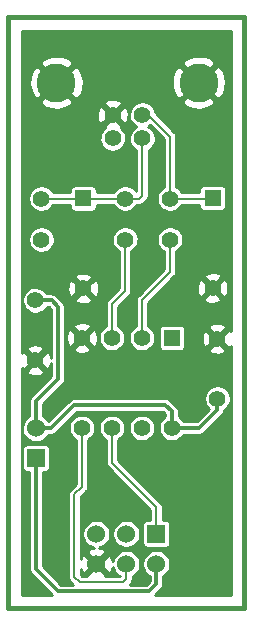
<source format=gbl>
G04 (created by PCBNEW-RS274X (2011-nov-30)-testing) date Mon 05 Mar 2012 05:05:37 PM PST*
G01*
G70*
G90*
%MOIN*%
G04 Gerber Fmt 3.4, Leading zero omitted, Abs format*
%FSLAX34Y34*%
G04 APERTURE LIST*
%ADD10C,0.006000*%
%ADD11C,0.015000*%
%ADD12R,0.060000X0.060000*%
%ADD13C,0.060000*%
%ADD14C,0.055000*%
%ADD15R,0.055000X0.055000*%
%ADD16C,0.055100*%
%ADD17C,0.129900*%
%ADD18C,0.008000*%
%ADD19C,0.011800*%
%ADD20C,0.010000*%
G04 APERTURE END LIST*
G54D10*
G54D11*
X66929Y-15748D02*
X59055Y-15748D01*
X66929Y-35433D02*
X66929Y-15748D01*
X59055Y-35433D02*
X66929Y-35433D01*
X59055Y-15748D02*
X59055Y-35433D01*
G54D12*
X59980Y-30441D03*
G54D13*
X59980Y-29441D03*
G54D14*
X59961Y-25181D03*
X59961Y-27181D03*
X66024Y-28461D03*
X66024Y-26461D03*
G54D15*
X65866Y-21768D03*
G54D14*
X65866Y-24768D03*
G54D15*
X61555Y-21787D03*
G54D14*
X61555Y-24787D03*
X60158Y-23158D03*
X60158Y-21791D03*
X64449Y-23158D03*
X64449Y-21791D03*
X62953Y-23158D03*
X62953Y-21791D03*
G54D15*
X64512Y-26433D03*
G54D14*
X63512Y-26433D03*
X62512Y-26433D03*
X61512Y-26433D03*
X61512Y-29433D03*
X62512Y-29433D03*
X63512Y-29433D03*
X64512Y-29433D03*
G54D16*
X62539Y-19783D03*
X63523Y-19783D03*
X63523Y-18996D03*
X62539Y-18996D03*
G54D17*
X65401Y-17925D03*
X60661Y-17925D03*
G54D12*
X63992Y-32965D03*
G54D13*
X63992Y-33965D03*
X62992Y-32965D03*
X62992Y-33965D03*
X61992Y-32965D03*
X61992Y-33965D03*
G54D18*
X63992Y-32965D02*
X63992Y-32083D01*
X62512Y-30603D02*
X62512Y-29433D01*
X63992Y-32083D02*
X62512Y-30603D01*
X61260Y-34409D02*
X61438Y-34587D01*
X61508Y-31405D02*
X61260Y-31653D01*
X61512Y-29433D02*
X61512Y-30882D01*
X61508Y-30886D02*
X61508Y-31405D01*
X61512Y-30882D02*
X61508Y-30886D01*
X61260Y-31653D02*
X61260Y-34409D01*
X62992Y-34468D02*
X62992Y-33965D01*
X62873Y-34587D02*
X62992Y-34468D01*
X61438Y-34587D02*
X62873Y-34587D01*
X63721Y-18996D02*
X64449Y-19724D01*
X64449Y-21791D02*
X65843Y-21791D01*
X64449Y-19724D02*
X64449Y-21791D01*
X63523Y-18996D02*
X63721Y-18996D01*
X65843Y-21791D02*
X65866Y-21768D01*
G54D19*
X59980Y-30441D02*
X59980Y-34133D01*
X59980Y-34133D02*
X60729Y-34882D01*
X63992Y-34630D02*
X63992Y-33965D01*
X63740Y-34882D02*
X63992Y-34630D01*
X60729Y-34882D02*
X63740Y-34882D01*
G54D18*
X62953Y-21791D02*
X61559Y-21791D01*
X63523Y-21693D02*
X63425Y-21791D01*
X61559Y-21791D02*
X61555Y-21787D01*
X61551Y-21791D02*
X61555Y-21787D01*
X60158Y-21791D02*
X61551Y-21791D01*
X63523Y-19783D02*
X63523Y-21693D01*
X63425Y-21791D02*
X62953Y-21791D01*
X62512Y-25303D02*
X62512Y-26433D01*
X62953Y-23158D02*
X62953Y-24862D01*
X62953Y-24862D02*
X62512Y-25303D01*
X63512Y-25169D02*
X63512Y-26433D01*
X64449Y-23158D02*
X64449Y-24232D01*
X64449Y-24232D02*
X63512Y-25169D01*
G54D19*
X66024Y-28838D02*
X65429Y-29433D01*
X60496Y-25181D02*
X60709Y-25394D01*
X60480Y-29441D02*
X61260Y-28661D01*
X59980Y-29441D02*
X60480Y-29441D01*
X59961Y-25181D02*
X60496Y-25181D01*
X66024Y-28461D02*
X66024Y-28838D01*
X65429Y-29433D02*
X64512Y-29433D01*
X60709Y-27815D02*
X59980Y-28544D01*
X59980Y-28544D02*
X59980Y-29441D01*
X60709Y-25394D02*
X60709Y-27815D01*
X61260Y-28661D02*
X64291Y-28661D01*
X64512Y-28882D02*
X64512Y-29433D01*
X64291Y-28661D02*
X64512Y-28882D01*
G54D10*
G36*
X66485Y-34989D02*
X66467Y-34989D01*
X66467Y-28418D01*
X66450Y-28333D01*
X66417Y-28252D01*
X66369Y-28180D01*
X66315Y-28125D01*
X66315Y-26823D01*
X66024Y-26532D01*
X65953Y-26603D01*
X65953Y-26461D01*
X65662Y-26170D01*
X65571Y-26193D01*
X65527Y-26286D01*
X65502Y-26386D01*
X65497Y-26489D01*
X65513Y-26590D01*
X65547Y-26687D01*
X65571Y-26729D01*
X65662Y-26752D01*
X65953Y-26461D01*
X65953Y-26603D01*
X65733Y-26823D01*
X65756Y-26914D01*
X65849Y-26958D01*
X65949Y-26983D01*
X66052Y-26988D01*
X66153Y-26972D01*
X66250Y-26938D01*
X66292Y-26914D01*
X66315Y-26823D01*
X66315Y-28125D01*
X66308Y-28118D01*
X66236Y-28070D01*
X66156Y-28036D01*
X66071Y-28018D01*
X65984Y-28018D01*
X65899Y-28034D01*
X65818Y-28066D01*
X65745Y-28114D01*
X65683Y-28175D01*
X65634Y-28246D01*
X65600Y-28326D01*
X65582Y-28411D01*
X65580Y-28498D01*
X65596Y-28583D01*
X65628Y-28664D01*
X65675Y-28737D01*
X65735Y-28800D01*
X65738Y-28802D01*
X65334Y-29206D01*
X64954Y-29206D01*
X64954Y-26726D01*
X64954Y-26693D01*
X64954Y-26142D01*
X64948Y-26110D01*
X64935Y-26080D01*
X64917Y-26052D01*
X64894Y-26029D01*
X64892Y-26027D01*
X64892Y-23115D01*
X64875Y-23030D01*
X64842Y-22949D01*
X64794Y-22877D01*
X64733Y-22815D01*
X64661Y-22767D01*
X64581Y-22733D01*
X64496Y-22715D01*
X64409Y-22715D01*
X64324Y-22731D01*
X64243Y-22763D01*
X64170Y-22811D01*
X64108Y-22872D01*
X64059Y-22943D01*
X64025Y-23023D01*
X64007Y-23108D01*
X64005Y-23195D01*
X64021Y-23280D01*
X64053Y-23361D01*
X64100Y-23434D01*
X64160Y-23497D01*
X64231Y-23546D01*
X64241Y-23550D01*
X64241Y-24146D01*
X63396Y-24990D01*
X63396Y-23115D01*
X63379Y-23030D01*
X63346Y-22949D01*
X63298Y-22877D01*
X63237Y-22815D01*
X63165Y-22767D01*
X63085Y-22733D01*
X63000Y-22715D01*
X62913Y-22715D01*
X62828Y-22731D01*
X62747Y-22763D01*
X62674Y-22811D01*
X62612Y-22872D01*
X62563Y-22943D01*
X62529Y-23023D01*
X62511Y-23108D01*
X62509Y-23195D01*
X62525Y-23280D01*
X62557Y-23361D01*
X62604Y-23434D01*
X62664Y-23497D01*
X62735Y-23546D01*
X62745Y-23550D01*
X62745Y-24775D01*
X62370Y-25150D01*
X62366Y-25154D01*
X62340Y-25185D01*
X62321Y-25221D01*
X62320Y-25221D01*
X62320Y-25223D01*
X62308Y-25262D01*
X62303Y-25302D01*
X62304Y-25310D01*
X62304Y-26039D01*
X62233Y-26086D01*
X62171Y-26147D01*
X62122Y-26218D01*
X62088Y-26298D01*
X62082Y-26326D01*
X62082Y-24759D01*
X62066Y-24658D01*
X62032Y-24561D01*
X62008Y-24519D01*
X61917Y-24496D01*
X61846Y-24567D01*
X61846Y-24425D01*
X61823Y-24334D01*
X61730Y-24290D01*
X61630Y-24265D01*
X61527Y-24260D01*
X61426Y-24276D01*
X61329Y-24310D01*
X61287Y-24334D01*
X61264Y-24425D01*
X61555Y-24716D01*
X61846Y-24425D01*
X61846Y-24567D01*
X61626Y-24787D01*
X61917Y-25078D01*
X62008Y-25055D01*
X62052Y-24962D01*
X62077Y-24862D01*
X62082Y-24759D01*
X62082Y-26326D01*
X62070Y-26383D01*
X62068Y-26470D01*
X62084Y-26555D01*
X62116Y-26636D01*
X62163Y-26709D01*
X62223Y-26772D01*
X62294Y-26821D01*
X62374Y-26856D01*
X62459Y-26875D01*
X62546Y-26877D01*
X62631Y-26862D01*
X62712Y-26830D01*
X62786Y-26784D01*
X62849Y-26724D01*
X62899Y-26653D01*
X62934Y-26574D01*
X62954Y-26489D01*
X62955Y-26390D01*
X62938Y-26305D01*
X62905Y-26224D01*
X62857Y-26152D01*
X62796Y-26090D01*
X62724Y-26042D01*
X62720Y-26040D01*
X62720Y-25389D01*
X63098Y-25011D01*
X63099Y-25011D01*
X63099Y-25010D01*
X63100Y-25010D01*
X63102Y-25007D01*
X63125Y-24980D01*
X63125Y-24978D01*
X63144Y-24944D01*
X63144Y-24942D01*
X63156Y-24905D01*
X63156Y-24903D01*
X63161Y-24865D01*
X63161Y-24863D01*
X63161Y-24862D01*
X63161Y-23550D01*
X63227Y-23509D01*
X63290Y-23449D01*
X63340Y-23378D01*
X63375Y-23299D01*
X63395Y-23214D01*
X63396Y-23115D01*
X63396Y-24990D01*
X63370Y-25016D01*
X63366Y-25020D01*
X63340Y-25051D01*
X63321Y-25087D01*
X63320Y-25087D01*
X63320Y-25089D01*
X63308Y-25128D01*
X63303Y-25168D01*
X63304Y-25176D01*
X63304Y-26039D01*
X63233Y-26086D01*
X63171Y-26147D01*
X63122Y-26218D01*
X63088Y-26298D01*
X63070Y-26383D01*
X63068Y-26470D01*
X63084Y-26555D01*
X63116Y-26636D01*
X63163Y-26709D01*
X63223Y-26772D01*
X63294Y-26821D01*
X63374Y-26856D01*
X63459Y-26875D01*
X63546Y-26877D01*
X63631Y-26862D01*
X63712Y-26830D01*
X63786Y-26784D01*
X63849Y-26724D01*
X63899Y-26653D01*
X63934Y-26574D01*
X63954Y-26489D01*
X63955Y-26390D01*
X63938Y-26305D01*
X63905Y-26224D01*
X63857Y-26152D01*
X63796Y-26090D01*
X63724Y-26042D01*
X63720Y-26040D01*
X63720Y-25255D01*
X64590Y-24384D01*
X64595Y-24381D01*
X64596Y-24379D01*
X64621Y-24350D01*
X64621Y-24348D01*
X64640Y-24314D01*
X64640Y-24313D01*
X64641Y-24312D01*
X64652Y-24275D01*
X64653Y-24273D01*
X64657Y-24235D01*
X64658Y-24233D01*
X64657Y-24232D01*
X64657Y-24224D01*
X64657Y-23550D01*
X64723Y-23509D01*
X64786Y-23449D01*
X64836Y-23378D01*
X64871Y-23299D01*
X64891Y-23214D01*
X64892Y-23115D01*
X64892Y-26027D01*
X64867Y-26011D01*
X64837Y-25998D01*
X64805Y-25991D01*
X64772Y-25991D01*
X64221Y-25991D01*
X64189Y-25997D01*
X64159Y-26010D01*
X64131Y-26028D01*
X64108Y-26051D01*
X64090Y-26078D01*
X64077Y-26108D01*
X64070Y-26140D01*
X64070Y-26173D01*
X64070Y-26724D01*
X64076Y-26756D01*
X64089Y-26786D01*
X64107Y-26814D01*
X64130Y-26837D01*
X64157Y-26855D01*
X64187Y-26868D01*
X64219Y-26875D01*
X64252Y-26875D01*
X64803Y-26875D01*
X64835Y-26869D01*
X64865Y-26856D01*
X64893Y-26838D01*
X64916Y-26815D01*
X64934Y-26788D01*
X64947Y-26758D01*
X64954Y-26726D01*
X64954Y-29206D01*
X64893Y-29206D01*
X64857Y-29152D01*
X64796Y-29090D01*
X64739Y-29052D01*
X64739Y-28884D01*
X64739Y-28882D01*
X64735Y-28838D01*
X64722Y-28797D01*
X64722Y-28795D01*
X64702Y-28758D01*
X64701Y-28756D01*
X64680Y-28730D01*
X64674Y-28723D01*
X64673Y-28722D01*
X64672Y-28721D01*
X64453Y-28502D01*
X64452Y-28500D01*
X64418Y-28472D01*
X64381Y-28452D01*
X64380Y-28452D01*
X64379Y-28451D01*
X64378Y-28451D01*
X64336Y-28438D01*
X64302Y-28434D01*
X64294Y-28434D01*
X64292Y-28434D01*
X64291Y-28434D01*
X62039Y-28434D01*
X62039Y-26405D01*
X62023Y-26304D01*
X61989Y-26207D01*
X61965Y-26165D01*
X61874Y-26142D01*
X61846Y-26170D01*
X61846Y-25149D01*
X61555Y-24858D01*
X61484Y-24929D01*
X61484Y-24787D01*
X61193Y-24496D01*
X61102Y-24519D01*
X61058Y-24612D01*
X61033Y-24712D01*
X61028Y-24815D01*
X61044Y-24916D01*
X61078Y-25013D01*
X61102Y-25055D01*
X61193Y-25078D01*
X61484Y-24787D01*
X61484Y-24929D01*
X61264Y-25149D01*
X61287Y-25240D01*
X61380Y-25284D01*
X61480Y-25309D01*
X61583Y-25314D01*
X61684Y-25298D01*
X61781Y-25264D01*
X61823Y-25240D01*
X61846Y-25149D01*
X61846Y-26170D01*
X61803Y-26213D01*
X61803Y-26071D01*
X61780Y-25980D01*
X61687Y-25936D01*
X61587Y-25911D01*
X61484Y-25906D01*
X61383Y-25922D01*
X61286Y-25956D01*
X61244Y-25980D01*
X61221Y-26071D01*
X61512Y-26362D01*
X61803Y-26071D01*
X61803Y-26213D01*
X61583Y-26433D01*
X61874Y-26724D01*
X61965Y-26701D01*
X62009Y-26608D01*
X62034Y-26508D01*
X62039Y-26405D01*
X62039Y-28434D01*
X61803Y-28434D01*
X61803Y-26795D01*
X61512Y-26504D01*
X61441Y-26575D01*
X61441Y-26433D01*
X61150Y-26142D01*
X61059Y-26165D01*
X61015Y-26258D01*
X60990Y-26358D01*
X60985Y-26461D01*
X61001Y-26562D01*
X61035Y-26659D01*
X61059Y-26701D01*
X61150Y-26724D01*
X61441Y-26433D01*
X61441Y-26575D01*
X61221Y-26795D01*
X61244Y-26886D01*
X61337Y-26930D01*
X61437Y-26955D01*
X61540Y-26960D01*
X61641Y-26944D01*
X61738Y-26910D01*
X61780Y-26886D01*
X61803Y-26795D01*
X61803Y-28434D01*
X61262Y-28434D01*
X61260Y-28434D01*
X61216Y-28438D01*
X61192Y-28445D01*
X61175Y-28450D01*
X61173Y-28450D01*
X61173Y-28451D01*
X61134Y-28472D01*
X61114Y-28488D01*
X61102Y-28498D01*
X61100Y-28500D01*
X61099Y-28501D01*
X60388Y-29210D01*
X60344Y-29144D01*
X60280Y-29079D01*
X60207Y-29029D01*
X60207Y-28638D01*
X60868Y-27977D01*
X60869Y-27976D01*
X60896Y-27943D01*
X60897Y-27942D01*
X60906Y-27925D01*
X60918Y-27904D01*
X60918Y-27903D01*
X60931Y-27862D01*
X60931Y-27860D01*
X60936Y-27818D01*
X60936Y-27815D01*
X60936Y-25396D01*
X60936Y-25394D01*
X60932Y-25352D01*
X60932Y-25350D01*
X60924Y-25326D01*
X60920Y-25309D01*
X60919Y-25307D01*
X60899Y-25270D01*
X60898Y-25268D01*
X60877Y-25242D01*
X60871Y-25235D01*
X60870Y-25234D01*
X60869Y-25233D01*
X60658Y-25022D01*
X60657Y-25020D01*
X60623Y-24992D01*
X60601Y-24980D01*
X60601Y-23115D01*
X60584Y-23030D01*
X60551Y-22949D01*
X60503Y-22877D01*
X60442Y-22815D01*
X60370Y-22767D01*
X60290Y-22733D01*
X60205Y-22715D01*
X60118Y-22715D01*
X60033Y-22731D01*
X59952Y-22763D01*
X59879Y-22811D01*
X59817Y-22872D01*
X59768Y-22943D01*
X59734Y-23023D01*
X59716Y-23108D01*
X59714Y-23195D01*
X59730Y-23280D01*
X59762Y-23361D01*
X59809Y-23434D01*
X59869Y-23497D01*
X59940Y-23546D01*
X60020Y-23581D01*
X60105Y-23600D01*
X60192Y-23602D01*
X60277Y-23587D01*
X60358Y-23555D01*
X60432Y-23509D01*
X60495Y-23449D01*
X60545Y-23378D01*
X60580Y-23299D01*
X60600Y-23214D01*
X60601Y-23115D01*
X60601Y-24980D01*
X60586Y-24972D01*
X60585Y-24972D01*
X60584Y-24971D01*
X60583Y-24971D01*
X60541Y-24958D01*
X60507Y-24954D01*
X60499Y-24954D01*
X60497Y-24954D01*
X60496Y-24954D01*
X60342Y-24954D01*
X60306Y-24900D01*
X60245Y-24838D01*
X60173Y-24790D01*
X60093Y-24756D01*
X60008Y-24738D01*
X59921Y-24738D01*
X59836Y-24754D01*
X59755Y-24786D01*
X59682Y-24834D01*
X59620Y-24895D01*
X59571Y-24966D01*
X59537Y-25046D01*
X59519Y-25131D01*
X59517Y-25218D01*
X59533Y-25303D01*
X59565Y-25384D01*
X59612Y-25457D01*
X59672Y-25520D01*
X59743Y-25569D01*
X59823Y-25604D01*
X59908Y-25623D01*
X59995Y-25625D01*
X60080Y-25610D01*
X60161Y-25578D01*
X60235Y-25532D01*
X60298Y-25472D01*
X60343Y-25408D01*
X60401Y-25408D01*
X60482Y-25488D01*
X60482Y-27115D01*
X60472Y-27052D01*
X60438Y-26955D01*
X60414Y-26913D01*
X60323Y-26890D01*
X60252Y-26961D01*
X60252Y-26819D01*
X60229Y-26728D01*
X60136Y-26684D01*
X60036Y-26659D01*
X59933Y-26654D01*
X59832Y-26670D01*
X59735Y-26704D01*
X59693Y-26728D01*
X59670Y-26819D01*
X59961Y-27110D01*
X60252Y-26819D01*
X60252Y-26961D01*
X60032Y-27181D01*
X60323Y-27472D01*
X60414Y-27449D01*
X60458Y-27356D01*
X60482Y-27260D01*
X60482Y-27720D01*
X60252Y-27950D01*
X60252Y-27543D01*
X59961Y-27252D01*
X59670Y-27543D01*
X59693Y-27634D01*
X59786Y-27678D01*
X59886Y-27703D01*
X59989Y-27708D01*
X60090Y-27692D01*
X60187Y-27658D01*
X60229Y-27634D01*
X60252Y-27543D01*
X60252Y-27950D01*
X59819Y-28383D01*
X59791Y-28417D01*
X59771Y-28453D01*
X59771Y-28455D01*
X59770Y-28455D01*
X59770Y-28457D01*
X59757Y-28499D01*
X59753Y-28533D01*
X59753Y-28541D01*
X59753Y-28543D01*
X59753Y-28544D01*
X59753Y-29029D01*
X59685Y-29075D01*
X59620Y-29139D01*
X59568Y-29215D01*
X59532Y-29299D01*
X59513Y-29389D01*
X59511Y-29480D01*
X59528Y-29571D01*
X59562Y-29656D01*
X59612Y-29733D01*
X59675Y-29799D01*
X59751Y-29852D01*
X59835Y-29888D01*
X59924Y-29908D01*
X60016Y-29910D01*
X60107Y-29894D01*
X60192Y-29861D01*
X60270Y-29811D01*
X60336Y-29748D01*
X60389Y-29673D01*
X60391Y-29668D01*
X60478Y-29668D01*
X60480Y-29668D01*
X60522Y-29664D01*
X60524Y-29664D01*
X60548Y-29656D01*
X60565Y-29652D01*
X60566Y-29651D01*
X60567Y-29651D01*
X60604Y-29631D01*
X60606Y-29630D01*
X60626Y-29613D01*
X60638Y-29604D01*
X60640Y-29602D01*
X60641Y-29602D01*
X61354Y-28888D01*
X64196Y-28888D01*
X64285Y-28976D01*
X64285Y-29051D01*
X64233Y-29086D01*
X64171Y-29147D01*
X64122Y-29218D01*
X64088Y-29298D01*
X64070Y-29383D01*
X64068Y-29470D01*
X64084Y-29555D01*
X64116Y-29636D01*
X64163Y-29709D01*
X64223Y-29772D01*
X64294Y-29821D01*
X64374Y-29856D01*
X64459Y-29875D01*
X64546Y-29877D01*
X64631Y-29862D01*
X64712Y-29830D01*
X64786Y-29784D01*
X64849Y-29724D01*
X64894Y-29660D01*
X65427Y-29660D01*
X65429Y-29660D01*
X65471Y-29656D01*
X65473Y-29656D01*
X65497Y-29648D01*
X65514Y-29644D01*
X65515Y-29643D01*
X65516Y-29643D01*
X65553Y-29623D01*
X65555Y-29622D01*
X65575Y-29605D01*
X65587Y-29596D01*
X65589Y-29594D01*
X65590Y-29594D01*
X66183Y-29000D01*
X66184Y-28999D01*
X66211Y-28966D01*
X66212Y-28965D01*
X66229Y-28934D01*
X66233Y-28927D01*
X66233Y-28926D01*
X66234Y-28925D01*
X66238Y-28909D01*
X66246Y-28885D01*
X66246Y-28883D01*
X66250Y-28841D01*
X66251Y-28841D01*
X66298Y-28812D01*
X66361Y-28752D01*
X66411Y-28681D01*
X66446Y-28602D01*
X66466Y-28517D01*
X66467Y-28418D01*
X66467Y-34989D01*
X63954Y-34989D01*
X64151Y-34792D01*
X64152Y-34791D01*
X64179Y-34758D01*
X64181Y-34757D01*
X64200Y-34720D01*
X64201Y-34719D01*
X64201Y-34718D01*
X64202Y-34717D01*
X64206Y-34701D01*
X64214Y-34677D01*
X64214Y-34675D01*
X64219Y-34633D01*
X64219Y-34631D01*
X64219Y-34630D01*
X64219Y-34375D01*
X64282Y-34335D01*
X64348Y-34272D01*
X64401Y-34197D01*
X64438Y-34113D01*
X64459Y-34024D01*
X64460Y-33919D01*
X64459Y-33914D01*
X64459Y-33283D01*
X64459Y-33250D01*
X64459Y-32649D01*
X64453Y-32617D01*
X64440Y-32587D01*
X64422Y-32559D01*
X64399Y-32536D01*
X64372Y-32518D01*
X64342Y-32505D01*
X64310Y-32498D01*
X64277Y-32498D01*
X64200Y-32498D01*
X64200Y-32093D01*
X64201Y-32085D01*
X64200Y-32083D01*
X64197Y-32045D01*
X64196Y-32043D01*
X64185Y-32006D01*
X64184Y-32004D01*
X64166Y-31970D01*
X64165Y-31968D01*
X64141Y-31938D01*
X64140Y-31936D01*
X64135Y-31932D01*
X63955Y-31752D01*
X63955Y-29390D01*
X63938Y-29305D01*
X63905Y-29224D01*
X63857Y-29152D01*
X63796Y-29090D01*
X63724Y-29042D01*
X63644Y-29008D01*
X63559Y-28990D01*
X63472Y-28990D01*
X63387Y-29006D01*
X63306Y-29038D01*
X63233Y-29086D01*
X63171Y-29147D01*
X63122Y-29218D01*
X63088Y-29298D01*
X63070Y-29383D01*
X63068Y-29470D01*
X63084Y-29555D01*
X63116Y-29636D01*
X63163Y-29709D01*
X63223Y-29772D01*
X63294Y-29821D01*
X63374Y-29856D01*
X63459Y-29875D01*
X63546Y-29877D01*
X63631Y-29862D01*
X63712Y-29830D01*
X63786Y-29784D01*
X63849Y-29724D01*
X63899Y-29653D01*
X63934Y-29574D01*
X63954Y-29489D01*
X63955Y-29390D01*
X63955Y-31752D01*
X62720Y-30517D01*
X62720Y-29825D01*
X62786Y-29784D01*
X62849Y-29724D01*
X62899Y-29653D01*
X62934Y-29574D01*
X62954Y-29489D01*
X62955Y-29390D01*
X62938Y-29305D01*
X62905Y-29224D01*
X62857Y-29152D01*
X62796Y-29090D01*
X62724Y-29042D01*
X62644Y-29008D01*
X62559Y-28990D01*
X62472Y-28990D01*
X62387Y-29006D01*
X62306Y-29038D01*
X62233Y-29086D01*
X62171Y-29147D01*
X62122Y-29218D01*
X62088Y-29298D01*
X62070Y-29383D01*
X62068Y-29470D01*
X62084Y-29555D01*
X62116Y-29636D01*
X62163Y-29709D01*
X62223Y-29772D01*
X62294Y-29821D01*
X62304Y-29825D01*
X62304Y-30593D01*
X62303Y-30601D01*
X62307Y-30641D01*
X62319Y-30680D01*
X62319Y-30681D01*
X62320Y-30682D01*
X62338Y-30716D01*
X62339Y-30718D01*
X62363Y-30748D01*
X62364Y-30750D01*
X62365Y-30750D01*
X62368Y-30753D01*
X63784Y-32169D01*
X63784Y-32498D01*
X63676Y-32498D01*
X63644Y-32504D01*
X63614Y-32517D01*
X63586Y-32535D01*
X63563Y-32558D01*
X63545Y-32585D01*
X63532Y-32615D01*
X63525Y-32647D01*
X63525Y-32680D01*
X63525Y-33281D01*
X63531Y-33313D01*
X63544Y-33343D01*
X63562Y-33371D01*
X63585Y-33394D01*
X63612Y-33412D01*
X63642Y-33425D01*
X63674Y-33432D01*
X63707Y-33432D01*
X64308Y-33432D01*
X64340Y-33426D01*
X64370Y-33413D01*
X64398Y-33395D01*
X64421Y-33372D01*
X64439Y-33345D01*
X64452Y-33315D01*
X64459Y-33283D01*
X64459Y-33914D01*
X64442Y-33829D01*
X64407Y-33744D01*
X64356Y-33668D01*
X64292Y-33603D01*
X64216Y-33551D01*
X64131Y-33516D01*
X64041Y-33497D01*
X63949Y-33497D01*
X63859Y-33514D01*
X63774Y-33548D01*
X63697Y-33599D01*
X63632Y-33663D01*
X63580Y-33739D01*
X63544Y-33823D01*
X63525Y-33913D01*
X63523Y-34004D01*
X63540Y-34095D01*
X63574Y-34180D01*
X63624Y-34257D01*
X63687Y-34323D01*
X63763Y-34376D01*
X63765Y-34376D01*
X63765Y-34535D01*
X63645Y-34655D01*
X63099Y-34655D01*
X63133Y-34620D01*
X63138Y-34617D01*
X63139Y-34615D01*
X63164Y-34586D01*
X63164Y-34584D01*
X63183Y-34550D01*
X63183Y-34548D01*
X63195Y-34511D01*
X63195Y-34509D01*
X63200Y-34471D01*
X63200Y-34469D01*
X63200Y-34468D01*
X63200Y-34386D01*
X63204Y-34385D01*
X63282Y-34335D01*
X63348Y-34272D01*
X63401Y-34197D01*
X63438Y-34113D01*
X63459Y-34024D01*
X63460Y-33919D01*
X63460Y-32919D01*
X63442Y-32829D01*
X63407Y-32744D01*
X63356Y-32668D01*
X63292Y-32603D01*
X63216Y-32551D01*
X63131Y-32516D01*
X63041Y-32497D01*
X62949Y-32497D01*
X62859Y-32514D01*
X62774Y-32548D01*
X62697Y-32599D01*
X62632Y-32663D01*
X62580Y-32739D01*
X62544Y-32823D01*
X62525Y-32913D01*
X62523Y-33004D01*
X62540Y-33095D01*
X62574Y-33180D01*
X62624Y-33257D01*
X62687Y-33323D01*
X62763Y-33376D01*
X62847Y-33412D01*
X62936Y-33432D01*
X63028Y-33434D01*
X63119Y-33418D01*
X63204Y-33385D01*
X63282Y-33335D01*
X63348Y-33272D01*
X63401Y-33197D01*
X63438Y-33113D01*
X63459Y-33024D01*
X63460Y-32919D01*
X63460Y-33919D01*
X63442Y-33829D01*
X63407Y-33744D01*
X63356Y-33668D01*
X63292Y-33603D01*
X63216Y-33551D01*
X63131Y-33516D01*
X63041Y-33497D01*
X62949Y-33497D01*
X62859Y-33514D01*
X62774Y-33548D01*
X62697Y-33599D01*
X62632Y-33663D01*
X62580Y-33739D01*
X62544Y-33823D01*
X62533Y-33874D01*
X62527Y-33833D01*
X62491Y-33732D01*
X62465Y-33683D01*
X62460Y-33681D01*
X62460Y-32919D01*
X62442Y-32829D01*
X62407Y-32744D01*
X62356Y-32668D01*
X62292Y-32603D01*
X62216Y-32551D01*
X62131Y-32516D01*
X62041Y-32497D01*
X61949Y-32497D01*
X61859Y-32514D01*
X61774Y-32548D01*
X61697Y-32599D01*
X61632Y-32663D01*
X61580Y-32739D01*
X61544Y-32823D01*
X61525Y-32913D01*
X61523Y-33004D01*
X61540Y-33095D01*
X61574Y-33180D01*
X61624Y-33257D01*
X61687Y-33323D01*
X61763Y-33376D01*
X61847Y-33412D01*
X61900Y-33423D01*
X61860Y-33430D01*
X61759Y-33466D01*
X61710Y-33492D01*
X61683Y-33585D01*
X61992Y-33894D01*
X62301Y-33585D01*
X62274Y-33492D01*
X62177Y-33446D01*
X62087Y-33423D01*
X62119Y-33418D01*
X62204Y-33385D01*
X62282Y-33335D01*
X62348Y-33272D01*
X62401Y-33197D01*
X62438Y-33113D01*
X62459Y-33024D01*
X62460Y-32919D01*
X62460Y-33681D01*
X62372Y-33656D01*
X62063Y-33965D01*
X62372Y-34274D01*
X62465Y-34247D01*
X62511Y-34150D01*
X62533Y-34060D01*
X62540Y-34095D01*
X62574Y-34180D01*
X62624Y-34257D01*
X62687Y-34323D01*
X62763Y-34376D01*
X62770Y-34379D01*
X62291Y-34379D01*
X62301Y-34345D01*
X61992Y-34036D01*
X61683Y-34345D01*
X61692Y-34379D01*
X61524Y-34379D01*
X61468Y-34322D01*
X61468Y-34127D01*
X61493Y-34198D01*
X61519Y-34247D01*
X61612Y-34274D01*
X61921Y-33965D01*
X61612Y-33656D01*
X61519Y-33683D01*
X61473Y-33780D01*
X61468Y-33800D01*
X61468Y-31739D01*
X61653Y-31554D01*
X61654Y-31554D01*
X61654Y-31553D01*
X61655Y-31553D01*
X61657Y-31550D01*
X61680Y-31523D01*
X61680Y-31521D01*
X61699Y-31487D01*
X61699Y-31485D01*
X61711Y-31448D01*
X61711Y-31447D01*
X61716Y-31408D01*
X61716Y-31406D01*
X61716Y-31405D01*
X61716Y-30917D01*
X61716Y-30915D01*
X61720Y-30885D01*
X61720Y-30883D01*
X61720Y-30882D01*
X61720Y-29825D01*
X61786Y-29784D01*
X61849Y-29724D01*
X61899Y-29653D01*
X61934Y-29574D01*
X61954Y-29489D01*
X61955Y-29390D01*
X61938Y-29305D01*
X61905Y-29224D01*
X61857Y-29152D01*
X61796Y-29090D01*
X61724Y-29042D01*
X61644Y-29008D01*
X61559Y-28990D01*
X61472Y-28990D01*
X61387Y-29006D01*
X61306Y-29038D01*
X61233Y-29086D01*
X61171Y-29147D01*
X61122Y-29218D01*
X61088Y-29298D01*
X61070Y-29383D01*
X61068Y-29470D01*
X61084Y-29555D01*
X61116Y-29636D01*
X61163Y-29709D01*
X61223Y-29772D01*
X61294Y-29821D01*
X61304Y-29825D01*
X61304Y-30845D01*
X61299Y-30885D01*
X61300Y-30893D01*
X61300Y-31318D01*
X61118Y-31500D01*
X61114Y-31504D01*
X61088Y-31535D01*
X61069Y-31571D01*
X61068Y-31571D01*
X61068Y-31573D01*
X61056Y-31612D01*
X61051Y-31652D01*
X61052Y-31660D01*
X61052Y-34399D01*
X61051Y-34407D01*
X61055Y-34447D01*
X61067Y-34486D01*
X61067Y-34487D01*
X61068Y-34488D01*
X61086Y-34522D01*
X61087Y-34524D01*
X61111Y-34554D01*
X61112Y-34556D01*
X61113Y-34556D01*
X61116Y-34559D01*
X61211Y-34655D01*
X60823Y-34655D01*
X60207Y-34038D01*
X60207Y-30908D01*
X60296Y-30908D01*
X60328Y-30902D01*
X60358Y-30889D01*
X60386Y-30871D01*
X60409Y-30848D01*
X60427Y-30821D01*
X60440Y-30791D01*
X60447Y-30759D01*
X60447Y-30726D01*
X60447Y-30125D01*
X60441Y-30093D01*
X60428Y-30063D01*
X60410Y-30035D01*
X60387Y-30012D01*
X60360Y-29994D01*
X60330Y-29981D01*
X60298Y-29974D01*
X60265Y-29974D01*
X59664Y-29974D01*
X59632Y-29980D01*
X59602Y-29993D01*
X59574Y-30011D01*
X59551Y-30034D01*
X59533Y-30061D01*
X59520Y-30091D01*
X59513Y-30123D01*
X59513Y-30156D01*
X59513Y-30757D01*
X59519Y-30789D01*
X59532Y-30819D01*
X59550Y-30847D01*
X59573Y-30870D01*
X59600Y-30888D01*
X59630Y-30901D01*
X59662Y-30908D01*
X59695Y-30908D01*
X59753Y-30908D01*
X59753Y-34131D01*
X59753Y-34133D01*
X59757Y-34177D01*
X59764Y-34201D01*
X59769Y-34218D01*
X59769Y-34219D01*
X59770Y-34220D01*
X59790Y-34257D01*
X59791Y-34259D01*
X59807Y-34279D01*
X59817Y-34291D01*
X59819Y-34294D01*
X60514Y-34989D01*
X59499Y-34989D01*
X59499Y-27433D01*
X59508Y-27449D01*
X59599Y-27472D01*
X59890Y-27181D01*
X59599Y-26890D01*
X59508Y-26913D01*
X59499Y-26932D01*
X59499Y-16192D01*
X66485Y-16192D01*
X66485Y-26207D01*
X66477Y-26193D01*
X66393Y-26171D01*
X66393Y-24740D01*
X66377Y-24639D01*
X66343Y-24542D01*
X66319Y-24500D01*
X66308Y-24497D01*
X66308Y-22061D01*
X66308Y-22028D01*
X66308Y-21477D01*
X66303Y-21450D01*
X66303Y-17912D01*
X66283Y-17737D01*
X66230Y-17569D01*
X66159Y-17436D01*
X66030Y-17367D01*
X65959Y-17438D01*
X65959Y-17296D01*
X65890Y-17167D01*
X65733Y-17086D01*
X65564Y-17038D01*
X65388Y-17023D01*
X65213Y-17043D01*
X65045Y-17096D01*
X64912Y-17167D01*
X64843Y-17296D01*
X65401Y-17854D01*
X65959Y-17296D01*
X65959Y-17438D01*
X65472Y-17925D01*
X66030Y-18483D01*
X66159Y-18414D01*
X66240Y-18257D01*
X66288Y-18088D01*
X66303Y-17912D01*
X66303Y-21450D01*
X66302Y-21445D01*
X66289Y-21415D01*
X66271Y-21387D01*
X66248Y-21364D01*
X66221Y-21346D01*
X66191Y-21333D01*
X66159Y-21326D01*
X66126Y-21326D01*
X65959Y-21326D01*
X65959Y-18554D01*
X65401Y-17996D01*
X65330Y-18067D01*
X65330Y-17925D01*
X64772Y-17367D01*
X64643Y-17436D01*
X64562Y-17593D01*
X64514Y-17762D01*
X64499Y-17938D01*
X64519Y-18113D01*
X64572Y-18281D01*
X64643Y-18414D01*
X64772Y-18483D01*
X65330Y-17925D01*
X65330Y-18067D01*
X64843Y-18554D01*
X64912Y-18683D01*
X65069Y-18764D01*
X65238Y-18812D01*
X65414Y-18827D01*
X65589Y-18807D01*
X65757Y-18754D01*
X65890Y-18683D01*
X65959Y-18554D01*
X65959Y-21326D01*
X65575Y-21326D01*
X65543Y-21332D01*
X65513Y-21345D01*
X65485Y-21363D01*
X65462Y-21386D01*
X65444Y-21413D01*
X65431Y-21443D01*
X65424Y-21475D01*
X65424Y-21508D01*
X65424Y-21583D01*
X64842Y-21583D01*
X64842Y-21582D01*
X64794Y-21510D01*
X64733Y-21448D01*
X64661Y-21400D01*
X64657Y-21398D01*
X64657Y-19726D01*
X64657Y-19724D01*
X64656Y-19718D01*
X64654Y-19685D01*
X64653Y-19684D01*
X64642Y-19647D01*
X64641Y-19645D01*
X64640Y-19643D01*
X64623Y-19610D01*
X64622Y-19609D01*
X64616Y-19601D01*
X64598Y-19579D01*
X64597Y-19577D01*
X64592Y-19573D01*
X63964Y-18945D01*
X63949Y-18868D01*
X63916Y-18787D01*
X63868Y-18715D01*
X63807Y-18653D01*
X63735Y-18605D01*
X63655Y-18571D01*
X63570Y-18553D01*
X63483Y-18553D01*
X63398Y-18569D01*
X63317Y-18601D01*
X63244Y-18649D01*
X63182Y-18710D01*
X63133Y-18781D01*
X63099Y-18861D01*
X63081Y-18946D01*
X63079Y-19033D01*
X63095Y-19118D01*
X63127Y-19199D01*
X63174Y-19272D01*
X63234Y-19335D01*
X63305Y-19384D01*
X63315Y-19388D01*
X63244Y-19436D01*
X63182Y-19497D01*
X63133Y-19568D01*
X63099Y-19648D01*
X63081Y-19733D01*
X63079Y-19820D01*
X63095Y-19905D01*
X63127Y-19986D01*
X63174Y-20059D01*
X63234Y-20122D01*
X63305Y-20171D01*
X63315Y-20175D01*
X63315Y-21535D01*
X63298Y-21510D01*
X63237Y-21448D01*
X63165Y-21400D01*
X63085Y-21366D01*
X63066Y-21361D01*
X63066Y-18968D01*
X63050Y-18867D01*
X63016Y-18770D01*
X62992Y-18728D01*
X62901Y-18705D01*
X62830Y-18776D01*
X62830Y-18634D01*
X62807Y-18543D01*
X62714Y-18499D01*
X62614Y-18474D01*
X62511Y-18469D01*
X62410Y-18485D01*
X62313Y-18519D01*
X62271Y-18543D01*
X62248Y-18634D01*
X62539Y-18925D01*
X62830Y-18634D01*
X62830Y-18776D01*
X62610Y-18996D01*
X62901Y-19287D01*
X62992Y-19264D01*
X63036Y-19171D01*
X63061Y-19071D01*
X63066Y-18968D01*
X63066Y-21361D01*
X63000Y-21348D01*
X62982Y-21348D01*
X62982Y-19740D01*
X62965Y-19655D01*
X62932Y-19574D01*
X62884Y-19502D01*
X62823Y-19440D01*
X62811Y-19432D01*
X62830Y-19358D01*
X62539Y-19067D01*
X62468Y-19138D01*
X62468Y-18996D01*
X62177Y-18705D01*
X62086Y-18728D01*
X62042Y-18821D01*
X62017Y-18921D01*
X62012Y-19024D01*
X62028Y-19125D01*
X62062Y-19222D01*
X62086Y-19264D01*
X62177Y-19287D01*
X62468Y-18996D01*
X62468Y-19138D01*
X62248Y-19358D01*
X62266Y-19431D01*
X62260Y-19436D01*
X62198Y-19497D01*
X62149Y-19568D01*
X62115Y-19648D01*
X62097Y-19733D01*
X62095Y-19820D01*
X62111Y-19905D01*
X62143Y-19986D01*
X62190Y-20059D01*
X62250Y-20122D01*
X62321Y-20171D01*
X62401Y-20206D01*
X62486Y-20225D01*
X62573Y-20227D01*
X62658Y-20212D01*
X62739Y-20180D01*
X62813Y-20134D01*
X62876Y-20074D01*
X62926Y-20003D01*
X62961Y-19924D01*
X62981Y-19839D01*
X62982Y-19740D01*
X62982Y-21348D01*
X62913Y-21348D01*
X62828Y-21364D01*
X62747Y-21396D01*
X62674Y-21444D01*
X62612Y-21505D01*
X62563Y-21576D01*
X62560Y-21583D01*
X61997Y-21583D01*
X61997Y-21496D01*
X61991Y-21464D01*
X61978Y-21434D01*
X61960Y-21406D01*
X61937Y-21383D01*
X61910Y-21365D01*
X61880Y-21352D01*
X61848Y-21345D01*
X61815Y-21345D01*
X61563Y-21345D01*
X61563Y-17912D01*
X61543Y-17737D01*
X61490Y-17569D01*
X61419Y-17436D01*
X61290Y-17367D01*
X61219Y-17438D01*
X61219Y-17296D01*
X61150Y-17167D01*
X60993Y-17086D01*
X60824Y-17038D01*
X60648Y-17023D01*
X60473Y-17043D01*
X60305Y-17096D01*
X60172Y-17167D01*
X60103Y-17296D01*
X60661Y-17854D01*
X61219Y-17296D01*
X61219Y-17438D01*
X60732Y-17925D01*
X61290Y-18483D01*
X61419Y-18414D01*
X61500Y-18257D01*
X61548Y-18088D01*
X61563Y-17912D01*
X61563Y-21345D01*
X61264Y-21345D01*
X61232Y-21351D01*
X61219Y-21356D01*
X61219Y-18554D01*
X60661Y-17996D01*
X60590Y-18067D01*
X60590Y-17925D01*
X60032Y-17367D01*
X59903Y-17436D01*
X59822Y-17593D01*
X59774Y-17762D01*
X59759Y-17938D01*
X59779Y-18113D01*
X59832Y-18281D01*
X59903Y-18414D01*
X60032Y-18483D01*
X60590Y-17925D01*
X60590Y-18067D01*
X60103Y-18554D01*
X60172Y-18683D01*
X60329Y-18764D01*
X60498Y-18812D01*
X60674Y-18827D01*
X60849Y-18807D01*
X61017Y-18754D01*
X61150Y-18683D01*
X61219Y-18554D01*
X61219Y-21356D01*
X61202Y-21364D01*
X61174Y-21382D01*
X61151Y-21405D01*
X61133Y-21432D01*
X61120Y-21462D01*
X61113Y-21494D01*
X61113Y-21527D01*
X61113Y-21583D01*
X60551Y-21583D01*
X60551Y-21582D01*
X60503Y-21510D01*
X60442Y-21448D01*
X60370Y-21400D01*
X60290Y-21366D01*
X60205Y-21348D01*
X60118Y-21348D01*
X60033Y-21364D01*
X59952Y-21396D01*
X59879Y-21444D01*
X59817Y-21505D01*
X59768Y-21576D01*
X59734Y-21656D01*
X59716Y-21741D01*
X59714Y-21828D01*
X59730Y-21913D01*
X59762Y-21994D01*
X59809Y-22067D01*
X59869Y-22130D01*
X59940Y-22179D01*
X60020Y-22214D01*
X60105Y-22233D01*
X60192Y-22235D01*
X60277Y-22220D01*
X60358Y-22188D01*
X60432Y-22142D01*
X60495Y-22082D01*
X60545Y-22011D01*
X60550Y-21999D01*
X61113Y-21999D01*
X61113Y-22078D01*
X61119Y-22110D01*
X61132Y-22140D01*
X61150Y-22168D01*
X61173Y-22191D01*
X61200Y-22209D01*
X61230Y-22222D01*
X61262Y-22229D01*
X61295Y-22229D01*
X61846Y-22229D01*
X61878Y-22223D01*
X61908Y-22210D01*
X61936Y-22192D01*
X61959Y-22169D01*
X61977Y-22142D01*
X61990Y-22112D01*
X61997Y-22080D01*
X61997Y-22047D01*
X61997Y-21999D01*
X62560Y-21999D01*
X62604Y-22067D01*
X62664Y-22130D01*
X62735Y-22179D01*
X62815Y-22214D01*
X62900Y-22233D01*
X62987Y-22235D01*
X63072Y-22220D01*
X63153Y-22188D01*
X63227Y-22142D01*
X63290Y-22082D01*
X63340Y-22011D01*
X63345Y-21999D01*
X63415Y-21999D01*
X63423Y-22000D01*
X63425Y-21999D01*
X63463Y-21996D01*
X63465Y-21995D01*
X63502Y-21984D01*
X63503Y-21983D01*
X63504Y-21983D01*
X63538Y-21965D01*
X63540Y-21964D01*
X63570Y-21940D01*
X63572Y-21939D01*
X63572Y-21938D01*
X63575Y-21934D01*
X63664Y-21845D01*
X63669Y-21842D01*
X63670Y-21840D01*
X63695Y-21811D01*
X63695Y-21809D01*
X63714Y-21775D01*
X63714Y-21773D01*
X63726Y-21736D01*
X63726Y-21734D01*
X63731Y-21696D01*
X63731Y-21694D01*
X63731Y-21693D01*
X63731Y-20175D01*
X63797Y-20134D01*
X63860Y-20074D01*
X63910Y-20003D01*
X63945Y-19924D01*
X63965Y-19839D01*
X63966Y-19740D01*
X63949Y-19655D01*
X63916Y-19574D01*
X63868Y-19502D01*
X63807Y-19440D01*
X63735Y-19392D01*
X63728Y-19389D01*
X63785Y-19354D01*
X64241Y-19810D01*
X64241Y-21397D01*
X64170Y-21444D01*
X64108Y-21505D01*
X64059Y-21576D01*
X64025Y-21656D01*
X64007Y-21741D01*
X64005Y-21828D01*
X64021Y-21913D01*
X64053Y-21994D01*
X64100Y-22067D01*
X64160Y-22130D01*
X64231Y-22179D01*
X64311Y-22214D01*
X64396Y-22233D01*
X64483Y-22235D01*
X64568Y-22220D01*
X64649Y-22188D01*
X64723Y-22142D01*
X64786Y-22082D01*
X64836Y-22011D01*
X64841Y-21999D01*
X65424Y-21999D01*
X65424Y-22059D01*
X65430Y-22091D01*
X65443Y-22121D01*
X65461Y-22149D01*
X65484Y-22172D01*
X65511Y-22190D01*
X65541Y-22203D01*
X65573Y-22210D01*
X65606Y-22210D01*
X66157Y-22210D01*
X66189Y-22204D01*
X66219Y-22191D01*
X66247Y-22173D01*
X66270Y-22150D01*
X66288Y-22123D01*
X66301Y-22093D01*
X66308Y-22061D01*
X66308Y-24497D01*
X66228Y-24477D01*
X66157Y-24548D01*
X66157Y-24406D01*
X66134Y-24315D01*
X66041Y-24271D01*
X65941Y-24246D01*
X65838Y-24241D01*
X65737Y-24257D01*
X65640Y-24291D01*
X65598Y-24315D01*
X65575Y-24406D01*
X65866Y-24697D01*
X66157Y-24406D01*
X66157Y-24548D01*
X65937Y-24768D01*
X66228Y-25059D01*
X66319Y-25036D01*
X66363Y-24943D01*
X66388Y-24843D01*
X66393Y-24740D01*
X66393Y-26171D01*
X66386Y-26170D01*
X66315Y-26241D01*
X66315Y-26099D01*
X66292Y-26008D01*
X66199Y-25964D01*
X66157Y-25953D01*
X66157Y-25130D01*
X65866Y-24839D01*
X65795Y-24910D01*
X65795Y-24768D01*
X65504Y-24477D01*
X65413Y-24500D01*
X65369Y-24593D01*
X65344Y-24693D01*
X65339Y-24796D01*
X65355Y-24897D01*
X65389Y-24994D01*
X65413Y-25036D01*
X65504Y-25059D01*
X65795Y-24768D01*
X65795Y-24910D01*
X65575Y-25130D01*
X65598Y-25221D01*
X65691Y-25265D01*
X65791Y-25290D01*
X65894Y-25295D01*
X65995Y-25279D01*
X66092Y-25245D01*
X66134Y-25221D01*
X66157Y-25130D01*
X66157Y-25953D01*
X66099Y-25939D01*
X65996Y-25934D01*
X65895Y-25950D01*
X65798Y-25984D01*
X65756Y-26008D01*
X65733Y-26099D01*
X66024Y-26390D01*
X66315Y-26099D01*
X66315Y-26241D01*
X66095Y-26461D01*
X66386Y-26752D01*
X66477Y-26729D01*
X66485Y-26712D01*
X66485Y-34989D01*
X66485Y-34989D01*
G37*
G54D20*
X66485Y-34989D02*
X66467Y-34989D01*
X66467Y-28418D01*
X66450Y-28333D01*
X66417Y-28252D01*
X66369Y-28180D01*
X66315Y-28125D01*
X66315Y-26823D01*
X66024Y-26532D01*
X65953Y-26603D01*
X65953Y-26461D01*
X65662Y-26170D01*
X65571Y-26193D01*
X65527Y-26286D01*
X65502Y-26386D01*
X65497Y-26489D01*
X65513Y-26590D01*
X65547Y-26687D01*
X65571Y-26729D01*
X65662Y-26752D01*
X65953Y-26461D01*
X65953Y-26603D01*
X65733Y-26823D01*
X65756Y-26914D01*
X65849Y-26958D01*
X65949Y-26983D01*
X66052Y-26988D01*
X66153Y-26972D01*
X66250Y-26938D01*
X66292Y-26914D01*
X66315Y-26823D01*
X66315Y-28125D01*
X66308Y-28118D01*
X66236Y-28070D01*
X66156Y-28036D01*
X66071Y-28018D01*
X65984Y-28018D01*
X65899Y-28034D01*
X65818Y-28066D01*
X65745Y-28114D01*
X65683Y-28175D01*
X65634Y-28246D01*
X65600Y-28326D01*
X65582Y-28411D01*
X65580Y-28498D01*
X65596Y-28583D01*
X65628Y-28664D01*
X65675Y-28737D01*
X65735Y-28800D01*
X65738Y-28802D01*
X65334Y-29206D01*
X64954Y-29206D01*
X64954Y-26726D01*
X64954Y-26693D01*
X64954Y-26142D01*
X64948Y-26110D01*
X64935Y-26080D01*
X64917Y-26052D01*
X64894Y-26029D01*
X64892Y-26027D01*
X64892Y-23115D01*
X64875Y-23030D01*
X64842Y-22949D01*
X64794Y-22877D01*
X64733Y-22815D01*
X64661Y-22767D01*
X64581Y-22733D01*
X64496Y-22715D01*
X64409Y-22715D01*
X64324Y-22731D01*
X64243Y-22763D01*
X64170Y-22811D01*
X64108Y-22872D01*
X64059Y-22943D01*
X64025Y-23023D01*
X64007Y-23108D01*
X64005Y-23195D01*
X64021Y-23280D01*
X64053Y-23361D01*
X64100Y-23434D01*
X64160Y-23497D01*
X64231Y-23546D01*
X64241Y-23550D01*
X64241Y-24146D01*
X63396Y-24990D01*
X63396Y-23115D01*
X63379Y-23030D01*
X63346Y-22949D01*
X63298Y-22877D01*
X63237Y-22815D01*
X63165Y-22767D01*
X63085Y-22733D01*
X63000Y-22715D01*
X62913Y-22715D01*
X62828Y-22731D01*
X62747Y-22763D01*
X62674Y-22811D01*
X62612Y-22872D01*
X62563Y-22943D01*
X62529Y-23023D01*
X62511Y-23108D01*
X62509Y-23195D01*
X62525Y-23280D01*
X62557Y-23361D01*
X62604Y-23434D01*
X62664Y-23497D01*
X62735Y-23546D01*
X62745Y-23550D01*
X62745Y-24775D01*
X62370Y-25150D01*
X62366Y-25154D01*
X62340Y-25185D01*
X62321Y-25221D01*
X62320Y-25221D01*
X62320Y-25223D01*
X62308Y-25262D01*
X62303Y-25302D01*
X62304Y-25310D01*
X62304Y-26039D01*
X62233Y-26086D01*
X62171Y-26147D01*
X62122Y-26218D01*
X62088Y-26298D01*
X62082Y-26326D01*
X62082Y-24759D01*
X62066Y-24658D01*
X62032Y-24561D01*
X62008Y-24519D01*
X61917Y-24496D01*
X61846Y-24567D01*
X61846Y-24425D01*
X61823Y-24334D01*
X61730Y-24290D01*
X61630Y-24265D01*
X61527Y-24260D01*
X61426Y-24276D01*
X61329Y-24310D01*
X61287Y-24334D01*
X61264Y-24425D01*
X61555Y-24716D01*
X61846Y-24425D01*
X61846Y-24567D01*
X61626Y-24787D01*
X61917Y-25078D01*
X62008Y-25055D01*
X62052Y-24962D01*
X62077Y-24862D01*
X62082Y-24759D01*
X62082Y-26326D01*
X62070Y-26383D01*
X62068Y-26470D01*
X62084Y-26555D01*
X62116Y-26636D01*
X62163Y-26709D01*
X62223Y-26772D01*
X62294Y-26821D01*
X62374Y-26856D01*
X62459Y-26875D01*
X62546Y-26877D01*
X62631Y-26862D01*
X62712Y-26830D01*
X62786Y-26784D01*
X62849Y-26724D01*
X62899Y-26653D01*
X62934Y-26574D01*
X62954Y-26489D01*
X62955Y-26390D01*
X62938Y-26305D01*
X62905Y-26224D01*
X62857Y-26152D01*
X62796Y-26090D01*
X62724Y-26042D01*
X62720Y-26040D01*
X62720Y-25389D01*
X63098Y-25011D01*
X63099Y-25011D01*
X63099Y-25010D01*
X63100Y-25010D01*
X63102Y-25007D01*
X63125Y-24980D01*
X63125Y-24978D01*
X63144Y-24944D01*
X63144Y-24942D01*
X63156Y-24905D01*
X63156Y-24903D01*
X63161Y-24865D01*
X63161Y-24863D01*
X63161Y-24862D01*
X63161Y-23550D01*
X63227Y-23509D01*
X63290Y-23449D01*
X63340Y-23378D01*
X63375Y-23299D01*
X63395Y-23214D01*
X63396Y-23115D01*
X63396Y-24990D01*
X63370Y-25016D01*
X63366Y-25020D01*
X63340Y-25051D01*
X63321Y-25087D01*
X63320Y-25087D01*
X63320Y-25089D01*
X63308Y-25128D01*
X63303Y-25168D01*
X63304Y-25176D01*
X63304Y-26039D01*
X63233Y-26086D01*
X63171Y-26147D01*
X63122Y-26218D01*
X63088Y-26298D01*
X63070Y-26383D01*
X63068Y-26470D01*
X63084Y-26555D01*
X63116Y-26636D01*
X63163Y-26709D01*
X63223Y-26772D01*
X63294Y-26821D01*
X63374Y-26856D01*
X63459Y-26875D01*
X63546Y-26877D01*
X63631Y-26862D01*
X63712Y-26830D01*
X63786Y-26784D01*
X63849Y-26724D01*
X63899Y-26653D01*
X63934Y-26574D01*
X63954Y-26489D01*
X63955Y-26390D01*
X63938Y-26305D01*
X63905Y-26224D01*
X63857Y-26152D01*
X63796Y-26090D01*
X63724Y-26042D01*
X63720Y-26040D01*
X63720Y-25255D01*
X64590Y-24384D01*
X64595Y-24381D01*
X64596Y-24379D01*
X64621Y-24350D01*
X64621Y-24348D01*
X64640Y-24314D01*
X64640Y-24313D01*
X64641Y-24312D01*
X64652Y-24275D01*
X64653Y-24273D01*
X64657Y-24235D01*
X64658Y-24233D01*
X64657Y-24232D01*
X64657Y-24224D01*
X64657Y-23550D01*
X64723Y-23509D01*
X64786Y-23449D01*
X64836Y-23378D01*
X64871Y-23299D01*
X64891Y-23214D01*
X64892Y-23115D01*
X64892Y-26027D01*
X64867Y-26011D01*
X64837Y-25998D01*
X64805Y-25991D01*
X64772Y-25991D01*
X64221Y-25991D01*
X64189Y-25997D01*
X64159Y-26010D01*
X64131Y-26028D01*
X64108Y-26051D01*
X64090Y-26078D01*
X64077Y-26108D01*
X64070Y-26140D01*
X64070Y-26173D01*
X64070Y-26724D01*
X64076Y-26756D01*
X64089Y-26786D01*
X64107Y-26814D01*
X64130Y-26837D01*
X64157Y-26855D01*
X64187Y-26868D01*
X64219Y-26875D01*
X64252Y-26875D01*
X64803Y-26875D01*
X64835Y-26869D01*
X64865Y-26856D01*
X64893Y-26838D01*
X64916Y-26815D01*
X64934Y-26788D01*
X64947Y-26758D01*
X64954Y-26726D01*
X64954Y-29206D01*
X64893Y-29206D01*
X64857Y-29152D01*
X64796Y-29090D01*
X64739Y-29052D01*
X64739Y-28884D01*
X64739Y-28882D01*
X64735Y-28838D01*
X64722Y-28797D01*
X64722Y-28795D01*
X64702Y-28758D01*
X64701Y-28756D01*
X64680Y-28730D01*
X64674Y-28723D01*
X64673Y-28722D01*
X64672Y-28721D01*
X64453Y-28502D01*
X64452Y-28500D01*
X64418Y-28472D01*
X64381Y-28452D01*
X64380Y-28452D01*
X64379Y-28451D01*
X64378Y-28451D01*
X64336Y-28438D01*
X64302Y-28434D01*
X64294Y-28434D01*
X64292Y-28434D01*
X64291Y-28434D01*
X62039Y-28434D01*
X62039Y-26405D01*
X62023Y-26304D01*
X61989Y-26207D01*
X61965Y-26165D01*
X61874Y-26142D01*
X61846Y-26170D01*
X61846Y-25149D01*
X61555Y-24858D01*
X61484Y-24929D01*
X61484Y-24787D01*
X61193Y-24496D01*
X61102Y-24519D01*
X61058Y-24612D01*
X61033Y-24712D01*
X61028Y-24815D01*
X61044Y-24916D01*
X61078Y-25013D01*
X61102Y-25055D01*
X61193Y-25078D01*
X61484Y-24787D01*
X61484Y-24929D01*
X61264Y-25149D01*
X61287Y-25240D01*
X61380Y-25284D01*
X61480Y-25309D01*
X61583Y-25314D01*
X61684Y-25298D01*
X61781Y-25264D01*
X61823Y-25240D01*
X61846Y-25149D01*
X61846Y-26170D01*
X61803Y-26213D01*
X61803Y-26071D01*
X61780Y-25980D01*
X61687Y-25936D01*
X61587Y-25911D01*
X61484Y-25906D01*
X61383Y-25922D01*
X61286Y-25956D01*
X61244Y-25980D01*
X61221Y-26071D01*
X61512Y-26362D01*
X61803Y-26071D01*
X61803Y-26213D01*
X61583Y-26433D01*
X61874Y-26724D01*
X61965Y-26701D01*
X62009Y-26608D01*
X62034Y-26508D01*
X62039Y-26405D01*
X62039Y-28434D01*
X61803Y-28434D01*
X61803Y-26795D01*
X61512Y-26504D01*
X61441Y-26575D01*
X61441Y-26433D01*
X61150Y-26142D01*
X61059Y-26165D01*
X61015Y-26258D01*
X60990Y-26358D01*
X60985Y-26461D01*
X61001Y-26562D01*
X61035Y-26659D01*
X61059Y-26701D01*
X61150Y-26724D01*
X61441Y-26433D01*
X61441Y-26575D01*
X61221Y-26795D01*
X61244Y-26886D01*
X61337Y-26930D01*
X61437Y-26955D01*
X61540Y-26960D01*
X61641Y-26944D01*
X61738Y-26910D01*
X61780Y-26886D01*
X61803Y-26795D01*
X61803Y-28434D01*
X61262Y-28434D01*
X61260Y-28434D01*
X61216Y-28438D01*
X61192Y-28445D01*
X61175Y-28450D01*
X61173Y-28450D01*
X61173Y-28451D01*
X61134Y-28472D01*
X61114Y-28488D01*
X61102Y-28498D01*
X61100Y-28500D01*
X61099Y-28501D01*
X60388Y-29210D01*
X60344Y-29144D01*
X60280Y-29079D01*
X60207Y-29029D01*
X60207Y-28638D01*
X60868Y-27977D01*
X60869Y-27976D01*
X60896Y-27943D01*
X60897Y-27942D01*
X60906Y-27925D01*
X60918Y-27904D01*
X60918Y-27903D01*
X60931Y-27862D01*
X60931Y-27860D01*
X60936Y-27818D01*
X60936Y-27815D01*
X60936Y-25396D01*
X60936Y-25394D01*
X60932Y-25352D01*
X60932Y-25350D01*
X60924Y-25326D01*
X60920Y-25309D01*
X60919Y-25307D01*
X60899Y-25270D01*
X60898Y-25268D01*
X60877Y-25242D01*
X60871Y-25235D01*
X60870Y-25234D01*
X60869Y-25233D01*
X60658Y-25022D01*
X60657Y-25020D01*
X60623Y-24992D01*
X60601Y-24980D01*
X60601Y-23115D01*
X60584Y-23030D01*
X60551Y-22949D01*
X60503Y-22877D01*
X60442Y-22815D01*
X60370Y-22767D01*
X60290Y-22733D01*
X60205Y-22715D01*
X60118Y-22715D01*
X60033Y-22731D01*
X59952Y-22763D01*
X59879Y-22811D01*
X59817Y-22872D01*
X59768Y-22943D01*
X59734Y-23023D01*
X59716Y-23108D01*
X59714Y-23195D01*
X59730Y-23280D01*
X59762Y-23361D01*
X59809Y-23434D01*
X59869Y-23497D01*
X59940Y-23546D01*
X60020Y-23581D01*
X60105Y-23600D01*
X60192Y-23602D01*
X60277Y-23587D01*
X60358Y-23555D01*
X60432Y-23509D01*
X60495Y-23449D01*
X60545Y-23378D01*
X60580Y-23299D01*
X60600Y-23214D01*
X60601Y-23115D01*
X60601Y-24980D01*
X60586Y-24972D01*
X60585Y-24972D01*
X60584Y-24971D01*
X60583Y-24971D01*
X60541Y-24958D01*
X60507Y-24954D01*
X60499Y-24954D01*
X60497Y-24954D01*
X60496Y-24954D01*
X60342Y-24954D01*
X60306Y-24900D01*
X60245Y-24838D01*
X60173Y-24790D01*
X60093Y-24756D01*
X60008Y-24738D01*
X59921Y-24738D01*
X59836Y-24754D01*
X59755Y-24786D01*
X59682Y-24834D01*
X59620Y-24895D01*
X59571Y-24966D01*
X59537Y-25046D01*
X59519Y-25131D01*
X59517Y-25218D01*
X59533Y-25303D01*
X59565Y-25384D01*
X59612Y-25457D01*
X59672Y-25520D01*
X59743Y-25569D01*
X59823Y-25604D01*
X59908Y-25623D01*
X59995Y-25625D01*
X60080Y-25610D01*
X60161Y-25578D01*
X60235Y-25532D01*
X60298Y-25472D01*
X60343Y-25408D01*
X60401Y-25408D01*
X60482Y-25488D01*
X60482Y-27115D01*
X60472Y-27052D01*
X60438Y-26955D01*
X60414Y-26913D01*
X60323Y-26890D01*
X60252Y-26961D01*
X60252Y-26819D01*
X60229Y-26728D01*
X60136Y-26684D01*
X60036Y-26659D01*
X59933Y-26654D01*
X59832Y-26670D01*
X59735Y-26704D01*
X59693Y-26728D01*
X59670Y-26819D01*
X59961Y-27110D01*
X60252Y-26819D01*
X60252Y-26961D01*
X60032Y-27181D01*
X60323Y-27472D01*
X60414Y-27449D01*
X60458Y-27356D01*
X60482Y-27260D01*
X60482Y-27720D01*
X60252Y-27950D01*
X60252Y-27543D01*
X59961Y-27252D01*
X59670Y-27543D01*
X59693Y-27634D01*
X59786Y-27678D01*
X59886Y-27703D01*
X59989Y-27708D01*
X60090Y-27692D01*
X60187Y-27658D01*
X60229Y-27634D01*
X60252Y-27543D01*
X60252Y-27950D01*
X59819Y-28383D01*
X59791Y-28417D01*
X59771Y-28453D01*
X59771Y-28455D01*
X59770Y-28455D01*
X59770Y-28457D01*
X59757Y-28499D01*
X59753Y-28533D01*
X59753Y-28541D01*
X59753Y-28543D01*
X59753Y-28544D01*
X59753Y-29029D01*
X59685Y-29075D01*
X59620Y-29139D01*
X59568Y-29215D01*
X59532Y-29299D01*
X59513Y-29389D01*
X59511Y-29480D01*
X59528Y-29571D01*
X59562Y-29656D01*
X59612Y-29733D01*
X59675Y-29799D01*
X59751Y-29852D01*
X59835Y-29888D01*
X59924Y-29908D01*
X60016Y-29910D01*
X60107Y-29894D01*
X60192Y-29861D01*
X60270Y-29811D01*
X60336Y-29748D01*
X60389Y-29673D01*
X60391Y-29668D01*
X60478Y-29668D01*
X60480Y-29668D01*
X60522Y-29664D01*
X60524Y-29664D01*
X60548Y-29656D01*
X60565Y-29652D01*
X60566Y-29651D01*
X60567Y-29651D01*
X60604Y-29631D01*
X60606Y-29630D01*
X60626Y-29613D01*
X60638Y-29604D01*
X60640Y-29602D01*
X60641Y-29602D01*
X61354Y-28888D01*
X64196Y-28888D01*
X64285Y-28976D01*
X64285Y-29051D01*
X64233Y-29086D01*
X64171Y-29147D01*
X64122Y-29218D01*
X64088Y-29298D01*
X64070Y-29383D01*
X64068Y-29470D01*
X64084Y-29555D01*
X64116Y-29636D01*
X64163Y-29709D01*
X64223Y-29772D01*
X64294Y-29821D01*
X64374Y-29856D01*
X64459Y-29875D01*
X64546Y-29877D01*
X64631Y-29862D01*
X64712Y-29830D01*
X64786Y-29784D01*
X64849Y-29724D01*
X64894Y-29660D01*
X65427Y-29660D01*
X65429Y-29660D01*
X65471Y-29656D01*
X65473Y-29656D01*
X65497Y-29648D01*
X65514Y-29644D01*
X65515Y-29643D01*
X65516Y-29643D01*
X65553Y-29623D01*
X65555Y-29622D01*
X65575Y-29605D01*
X65587Y-29596D01*
X65589Y-29594D01*
X65590Y-29594D01*
X66183Y-29000D01*
X66184Y-28999D01*
X66211Y-28966D01*
X66212Y-28965D01*
X66229Y-28934D01*
X66233Y-28927D01*
X66233Y-28926D01*
X66234Y-28925D01*
X66238Y-28909D01*
X66246Y-28885D01*
X66246Y-28883D01*
X66250Y-28841D01*
X66251Y-28841D01*
X66298Y-28812D01*
X66361Y-28752D01*
X66411Y-28681D01*
X66446Y-28602D01*
X66466Y-28517D01*
X66467Y-28418D01*
X66467Y-34989D01*
X63954Y-34989D01*
X64151Y-34792D01*
X64152Y-34791D01*
X64179Y-34758D01*
X64181Y-34757D01*
X64200Y-34720D01*
X64201Y-34719D01*
X64201Y-34718D01*
X64202Y-34717D01*
X64206Y-34701D01*
X64214Y-34677D01*
X64214Y-34675D01*
X64219Y-34633D01*
X64219Y-34631D01*
X64219Y-34630D01*
X64219Y-34375D01*
X64282Y-34335D01*
X64348Y-34272D01*
X64401Y-34197D01*
X64438Y-34113D01*
X64459Y-34024D01*
X64460Y-33919D01*
X64459Y-33914D01*
X64459Y-33283D01*
X64459Y-33250D01*
X64459Y-32649D01*
X64453Y-32617D01*
X64440Y-32587D01*
X64422Y-32559D01*
X64399Y-32536D01*
X64372Y-32518D01*
X64342Y-32505D01*
X64310Y-32498D01*
X64277Y-32498D01*
X64200Y-32498D01*
X64200Y-32093D01*
X64201Y-32085D01*
X64200Y-32083D01*
X64197Y-32045D01*
X64196Y-32043D01*
X64185Y-32006D01*
X64184Y-32004D01*
X64166Y-31970D01*
X64165Y-31968D01*
X64141Y-31938D01*
X64140Y-31936D01*
X64135Y-31932D01*
X63955Y-31752D01*
X63955Y-29390D01*
X63938Y-29305D01*
X63905Y-29224D01*
X63857Y-29152D01*
X63796Y-29090D01*
X63724Y-29042D01*
X63644Y-29008D01*
X63559Y-28990D01*
X63472Y-28990D01*
X63387Y-29006D01*
X63306Y-29038D01*
X63233Y-29086D01*
X63171Y-29147D01*
X63122Y-29218D01*
X63088Y-29298D01*
X63070Y-29383D01*
X63068Y-29470D01*
X63084Y-29555D01*
X63116Y-29636D01*
X63163Y-29709D01*
X63223Y-29772D01*
X63294Y-29821D01*
X63374Y-29856D01*
X63459Y-29875D01*
X63546Y-29877D01*
X63631Y-29862D01*
X63712Y-29830D01*
X63786Y-29784D01*
X63849Y-29724D01*
X63899Y-29653D01*
X63934Y-29574D01*
X63954Y-29489D01*
X63955Y-29390D01*
X63955Y-31752D01*
X62720Y-30517D01*
X62720Y-29825D01*
X62786Y-29784D01*
X62849Y-29724D01*
X62899Y-29653D01*
X62934Y-29574D01*
X62954Y-29489D01*
X62955Y-29390D01*
X62938Y-29305D01*
X62905Y-29224D01*
X62857Y-29152D01*
X62796Y-29090D01*
X62724Y-29042D01*
X62644Y-29008D01*
X62559Y-28990D01*
X62472Y-28990D01*
X62387Y-29006D01*
X62306Y-29038D01*
X62233Y-29086D01*
X62171Y-29147D01*
X62122Y-29218D01*
X62088Y-29298D01*
X62070Y-29383D01*
X62068Y-29470D01*
X62084Y-29555D01*
X62116Y-29636D01*
X62163Y-29709D01*
X62223Y-29772D01*
X62294Y-29821D01*
X62304Y-29825D01*
X62304Y-30593D01*
X62303Y-30601D01*
X62307Y-30641D01*
X62319Y-30680D01*
X62319Y-30681D01*
X62320Y-30682D01*
X62338Y-30716D01*
X62339Y-30718D01*
X62363Y-30748D01*
X62364Y-30750D01*
X62365Y-30750D01*
X62368Y-30753D01*
X63784Y-32169D01*
X63784Y-32498D01*
X63676Y-32498D01*
X63644Y-32504D01*
X63614Y-32517D01*
X63586Y-32535D01*
X63563Y-32558D01*
X63545Y-32585D01*
X63532Y-32615D01*
X63525Y-32647D01*
X63525Y-32680D01*
X63525Y-33281D01*
X63531Y-33313D01*
X63544Y-33343D01*
X63562Y-33371D01*
X63585Y-33394D01*
X63612Y-33412D01*
X63642Y-33425D01*
X63674Y-33432D01*
X63707Y-33432D01*
X64308Y-33432D01*
X64340Y-33426D01*
X64370Y-33413D01*
X64398Y-33395D01*
X64421Y-33372D01*
X64439Y-33345D01*
X64452Y-33315D01*
X64459Y-33283D01*
X64459Y-33914D01*
X64442Y-33829D01*
X64407Y-33744D01*
X64356Y-33668D01*
X64292Y-33603D01*
X64216Y-33551D01*
X64131Y-33516D01*
X64041Y-33497D01*
X63949Y-33497D01*
X63859Y-33514D01*
X63774Y-33548D01*
X63697Y-33599D01*
X63632Y-33663D01*
X63580Y-33739D01*
X63544Y-33823D01*
X63525Y-33913D01*
X63523Y-34004D01*
X63540Y-34095D01*
X63574Y-34180D01*
X63624Y-34257D01*
X63687Y-34323D01*
X63763Y-34376D01*
X63765Y-34376D01*
X63765Y-34535D01*
X63645Y-34655D01*
X63099Y-34655D01*
X63133Y-34620D01*
X63138Y-34617D01*
X63139Y-34615D01*
X63164Y-34586D01*
X63164Y-34584D01*
X63183Y-34550D01*
X63183Y-34548D01*
X63195Y-34511D01*
X63195Y-34509D01*
X63200Y-34471D01*
X63200Y-34469D01*
X63200Y-34468D01*
X63200Y-34386D01*
X63204Y-34385D01*
X63282Y-34335D01*
X63348Y-34272D01*
X63401Y-34197D01*
X63438Y-34113D01*
X63459Y-34024D01*
X63460Y-33919D01*
X63460Y-32919D01*
X63442Y-32829D01*
X63407Y-32744D01*
X63356Y-32668D01*
X63292Y-32603D01*
X63216Y-32551D01*
X63131Y-32516D01*
X63041Y-32497D01*
X62949Y-32497D01*
X62859Y-32514D01*
X62774Y-32548D01*
X62697Y-32599D01*
X62632Y-32663D01*
X62580Y-32739D01*
X62544Y-32823D01*
X62525Y-32913D01*
X62523Y-33004D01*
X62540Y-33095D01*
X62574Y-33180D01*
X62624Y-33257D01*
X62687Y-33323D01*
X62763Y-33376D01*
X62847Y-33412D01*
X62936Y-33432D01*
X63028Y-33434D01*
X63119Y-33418D01*
X63204Y-33385D01*
X63282Y-33335D01*
X63348Y-33272D01*
X63401Y-33197D01*
X63438Y-33113D01*
X63459Y-33024D01*
X63460Y-32919D01*
X63460Y-33919D01*
X63442Y-33829D01*
X63407Y-33744D01*
X63356Y-33668D01*
X63292Y-33603D01*
X63216Y-33551D01*
X63131Y-33516D01*
X63041Y-33497D01*
X62949Y-33497D01*
X62859Y-33514D01*
X62774Y-33548D01*
X62697Y-33599D01*
X62632Y-33663D01*
X62580Y-33739D01*
X62544Y-33823D01*
X62533Y-33874D01*
X62527Y-33833D01*
X62491Y-33732D01*
X62465Y-33683D01*
X62460Y-33681D01*
X62460Y-32919D01*
X62442Y-32829D01*
X62407Y-32744D01*
X62356Y-32668D01*
X62292Y-32603D01*
X62216Y-32551D01*
X62131Y-32516D01*
X62041Y-32497D01*
X61949Y-32497D01*
X61859Y-32514D01*
X61774Y-32548D01*
X61697Y-32599D01*
X61632Y-32663D01*
X61580Y-32739D01*
X61544Y-32823D01*
X61525Y-32913D01*
X61523Y-33004D01*
X61540Y-33095D01*
X61574Y-33180D01*
X61624Y-33257D01*
X61687Y-33323D01*
X61763Y-33376D01*
X61847Y-33412D01*
X61900Y-33423D01*
X61860Y-33430D01*
X61759Y-33466D01*
X61710Y-33492D01*
X61683Y-33585D01*
X61992Y-33894D01*
X62301Y-33585D01*
X62274Y-33492D01*
X62177Y-33446D01*
X62087Y-33423D01*
X62119Y-33418D01*
X62204Y-33385D01*
X62282Y-33335D01*
X62348Y-33272D01*
X62401Y-33197D01*
X62438Y-33113D01*
X62459Y-33024D01*
X62460Y-32919D01*
X62460Y-33681D01*
X62372Y-33656D01*
X62063Y-33965D01*
X62372Y-34274D01*
X62465Y-34247D01*
X62511Y-34150D01*
X62533Y-34060D01*
X62540Y-34095D01*
X62574Y-34180D01*
X62624Y-34257D01*
X62687Y-34323D01*
X62763Y-34376D01*
X62770Y-34379D01*
X62291Y-34379D01*
X62301Y-34345D01*
X61992Y-34036D01*
X61683Y-34345D01*
X61692Y-34379D01*
X61524Y-34379D01*
X61468Y-34322D01*
X61468Y-34127D01*
X61493Y-34198D01*
X61519Y-34247D01*
X61612Y-34274D01*
X61921Y-33965D01*
X61612Y-33656D01*
X61519Y-33683D01*
X61473Y-33780D01*
X61468Y-33800D01*
X61468Y-31739D01*
X61653Y-31554D01*
X61654Y-31554D01*
X61654Y-31553D01*
X61655Y-31553D01*
X61657Y-31550D01*
X61680Y-31523D01*
X61680Y-31521D01*
X61699Y-31487D01*
X61699Y-31485D01*
X61711Y-31448D01*
X61711Y-31447D01*
X61716Y-31408D01*
X61716Y-31406D01*
X61716Y-31405D01*
X61716Y-30917D01*
X61716Y-30915D01*
X61720Y-30885D01*
X61720Y-30883D01*
X61720Y-30882D01*
X61720Y-29825D01*
X61786Y-29784D01*
X61849Y-29724D01*
X61899Y-29653D01*
X61934Y-29574D01*
X61954Y-29489D01*
X61955Y-29390D01*
X61938Y-29305D01*
X61905Y-29224D01*
X61857Y-29152D01*
X61796Y-29090D01*
X61724Y-29042D01*
X61644Y-29008D01*
X61559Y-28990D01*
X61472Y-28990D01*
X61387Y-29006D01*
X61306Y-29038D01*
X61233Y-29086D01*
X61171Y-29147D01*
X61122Y-29218D01*
X61088Y-29298D01*
X61070Y-29383D01*
X61068Y-29470D01*
X61084Y-29555D01*
X61116Y-29636D01*
X61163Y-29709D01*
X61223Y-29772D01*
X61294Y-29821D01*
X61304Y-29825D01*
X61304Y-30845D01*
X61299Y-30885D01*
X61300Y-30893D01*
X61300Y-31318D01*
X61118Y-31500D01*
X61114Y-31504D01*
X61088Y-31535D01*
X61069Y-31571D01*
X61068Y-31571D01*
X61068Y-31573D01*
X61056Y-31612D01*
X61051Y-31652D01*
X61052Y-31660D01*
X61052Y-34399D01*
X61051Y-34407D01*
X61055Y-34447D01*
X61067Y-34486D01*
X61067Y-34487D01*
X61068Y-34488D01*
X61086Y-34522D01*
X61087Y-34524D01*
X61111Y-34554D01*
X61112Y-34556D01*
X61113Y-34556D01*
X61116Y-34559D01*
X61211Y-34655D01*
X60823Y-34655D01*
X60207Y-34038D01*
X60207Y-30908D01*
X60296Y-30908D01*
X60328Y-30902D01*
X60358Y-30889D01*
X60386Y-30871D01*
X60409Y-30848D01*
X60427Y-30821D01*
X60440Y-30791D01*
X60447Y-30759D01*
X60447Y-30726D01*
X60447Y-30125D01*
X60441Y-30093D01*
X60428Y-30063D01*
X60410Y-30035D01*
X60387Y-30012D01*
X60360Y-29994D01*
X60330Y-29981D01*
X60298Y-29974D01*
X60265Y-29974D01*
X59664Y-29974D01*
X59632Y-29980D01*
X59602Y-29993D01*
X59574Y-30011D01*
X59551Y-30034D01*
X59533Y-30061D01*
X59520Y-30091D01*
X59513Y-30123D01*
X59513Y-30156D01*
X59513Y-30757D01*
X59519Y-30789D01*
X59532Y-30819D01*
X59550Y-30847D01*
X59573Y-30870D01*
X59600Y-30888D01*
X59630Y-30901D01*
X59662Y-30908D01*
X59695Y-30908D01*
X59753Y-30908D01*
X59753Y-34131D01*
X59753Y-34133D01*
X59757Y-34177D01*
X59764Y-34201D01*
X59769Y-34218D01*
X59769Y-34219D01*
X59770Y-34220D01*
X59790Y-34257D01*
X59791Y-34259D01*
X59807Y-34279D01*
X59817Y-34291D01*
X59819Y-34294D01*
X60514Y-34989D01*
X59499Y-34989D01*
X59499Y-27433D01*
X59508Y-27449D01*
X59599Y-27472D01*
X59890Y-27181D01*
X59599Y-26890D01*
X59508Y-26913D01*
X59499Y-26932D01*
X59499Y-16192D01*
X66485Y-16192D01*
X66485Y-26207D01*
X66477Y-26193D01*
X66393Y-26171D01*
X66393Y-24740D01*
X66377Y-24639D01*
X66343Y-24542D01*
X66319Y-24500D01*
X66308Y-24497D01*
X66308Y-22061D01*
X66308Y-22028D01*
X66308Y-21477D01*
X66303Y-21450D01*
X66303Y-17912D01*
X66283Y-17737D01*
X66230Y-17569D01*
X66159Y-17436D01*
X66030Y-17367D01*
X65959Y-17438D01*
X65959Y-17296D01*
X65890Y-17167D01*
X65733Y-17086D01*
X65564Y-17038D01*
X65388Y-17023D01*
X65213Y-17043D01*
X65045Y-17096D01*
X64912Y-17167D01*
X64843Y-17296D01*
X65401Y-17854D01*
X65959Y-17296D01*
X65959Y-17438D01*
X65472Y-17925D01*
X66030Y-18483D01*
X66159Y-18414D01*
X66240Y-18257D01*
X66288Y-18088D01*
X66303Y-17912D01*
X66303Y-21450D01*
X66302Y-21445D01*
X66289Y-21415D01*
X66271Y-21387D01*
X66248Y-21364D01*
X66221Y-21346D01*
X66191Y-21333D01*
X66159Y-21326D01*
X66126Y-21326D01*
X65959Y-21326D01*
X65959Y-18554D01*
X65401Y-17996D01*
X65330Y-18067D01*
X65330Y-17925D01*
X64772Y-17367D01*
X64643Y-17436D01*
X64562Y-17593D01*
X64514Y-17762D01*
X64499Y-17938D01*
X64519Y-18113D01*
X64572Y-18281D01*
X64643Y-18414D01*
X64772Y-18483D01*
X65330Y-17925D01*
X65330Y-18067D01*
X64843Y-18554D01*
X64912Y-18683D01*
X65069Y-18764D01*
X65238Y-18812D01*
X65414Y-18827D01*
X65589Y-18807D01*
X65757Y-18754D01*
X65890Y-18683D01*
X65959Y-18554D01*
X65959Y-21326D01*
X65575Y-21326D01*
X65543Y-21332D01*
X65513Y-21345D01*
X65485Y-21363D01*
X65462Y-21386D01*
X65444Y-21413D01*
X65431Y-21443D01*
X65424Y-21475D01*
X65424Y-21508D01*
X65424Y-21583D01*
X64842Y-21583D01*
X64842Y-21582D01*
X64794Y-21510D01*
X64733Y-21448D01*
X64661Y-21400D01*
X64657Y-21398D01*
X64657Y-19726D01*
X64657Y-19724D01*
X64656Y-19718D01*
X64654Y-19685D01*
X64653Y-19684D01*
X64642Y-19647D01*
X64641Y-19645D01*
X64640Y-19643D01*
X64623Y-19610D01*
X64622Y-19609D01*
X64616Y-19601D01*
X64598Y-19579D01*
X64597Y-19577D01*
X64592Y-19573D01*
X63964Y-18945D01*
X63949Y-18868D01*
X63916Y-18787D01*
X63868Y-18715D01*
X63807Y-18653D01*
X63735Y-18605D01*
X63655Y-18571D01*
X63570Y-18553D01*
X63483Y-18553D01*
X63398Y-18569D01*
X63317Y-18601D01*
X63244Y-18649D01*
X63182Y-18710D01*
X63133Y-18781D01*
X63099Y-18861D01*
X63081Y-18946D01*
X63079Y-19033D01*
X63095Y-19118D01*
X63127Y-19199D01*
X63174Y-19272D01*
X63234Y-19335D01*
X63305Y-19384D01*
X63315Y-19388D01*
X63244Y-19436D01*
X63182Y-19497D01*
X63133Y-19568D01*
X63099Y-19648D01*
X63081Y-19733D01*
X63079Y-19820D01*
X63095Y-19905D01*
X63127Y-19986D01*
X63174Y-20059D01*
X63234Y-20122D01*
X63305Y-20171D01*
X63315Y-20175D01*
X63315Y-21535D01*
X63298Y-21510D01*
X63237Y-21448D01*
X63165Y-21400D01*
X63085Y-21366D01*
X63066Y-21361D01*
X63066Y-18968D01*
X63050Y-18867D01*
X63016Y-18770D01*
X62992Y-18728D01*
X62901Y-18705D01*
X62830Y-18776D01*
X62830Y-18634D01*
X62807Y-18543D01*
X62714Y-18499D01*
X62614Y-18474D01*
X62511Y-18469D01*
X62410Y-18485D01*
X62313Y-18519D01*
X62271Y-18543D01*
X62248Y-18634D01*
X62539Y-18925D01*
X62830Y-18634D01*
X62830Y-18776D01*
X62610Y-18996D01*
X62901Y-19287D01*
X62992Y-19264D01*
X63036Y-19171D01*
X63061Y-19071D01*
X63066Y-18968D01*
X63066Y-21361D01*
X63000Y-21348D01*
X62982Y-21348D01*
X62982Y-19740D01*
X62965Y-19655D01*
X62932Y-19574D01*
X62884Y-19502D01*
X62823Y-19440D01*
X62811Y-19432D01*
X62830Y-19358D01*
X62539Y-19067D01*
X62468Y-19138D01*
X62468Y-18996D01*
X62177Y-18705D01*
X62086Y-18728D01*
X62042Y-18821D01*
X62017Y-18921D01*
X62012Y-19024D01*
X62028Y-19125D01*
X62062Y-19222D01*
X62086Y-19264D01*
X62177Y-19287D01*
X62468Y-18996D01*
X62468Y-19138D01*
X62248Y-19358D01*
X62266Y-19431D01*
X62260Y-19436D01*
X62198Y-19497D01*
X62149Y-19568D01*
X62115Y-19648D01*
X62097Y-19733D01*
X62095Y-19820D01*
X62111Y-19905D01*
X62143Y-19986D01*
X62190Y-20059D01*
X62250Y-20122D01*
X62321Y-20171D01*
X62401Y-20206D01*
X62486Y-20225D01*
X62573Y-20227D01*
X62658Y-20212D01*
X62739Y-20180D01*
X62813Y-20134D01*
X62876Y-20074D01*
X62926Y-20003D01*
X62961Y-19924D01*
X62981Y-19839D01*
X62982Y-19740D01*
X62982Y-21348D01*
X62913Y-21348D01*
X62828Y-21364D01*
X62747Y-21396D01*
X62674Y-21444D01*
X62612Y-21505D01*
X62563Y-21576D01*
X62560Y-21583D01*
X61997Y-21583D01*
X61997Y-21496D01*
X61991Y-21464D01*
X61978Y-21434D01*
X61960Y-21406D01*
X61937Y-21383D01*
X61910Y-21365D01*
X61880Y-21352D01*
X61848Y-21345D01*
X61815Y-21345D01*
X61563Y-21345D01*
X61563Y-17912D01*
X61543Y-17737D01*
X61490Y-17569D01*
X61419Y-17436D01*
X61290Y-17367D01*
X61219Y-17438D01*
X61219Y-17296D01*
X61150Y-17167D01*
X60993Y-17086D01*
X60824Y-17038D01*
X60648Y-17023D01*
X60473Y-17043D01*
X60305Y-17096D01*
X60172Y-17167D01*
X60103Y-17296D01*
X60661Y-17854D01*
X61219Y-17296D01*
X61219Y-17438D01*
X60732Y-17925D01*
X61290Y-18483D01*
X61419Y-18414D01*
X61500Y-18257D01*
X61548Y-18088D01*
X61563Y-17912D01*
X61563Y-21345D01*
X61264Y-21345D01*
X61232Y-21351D01*
X61219Y-21356D01*
X61219Y-18554D01*
X60661Y-17996D01*
X60590Y-18067D01*
X60590Y-17925D01*
X60032Y-17367D01*
X59903Y-17436D01*
X59822Y-17593D01*
X59774Y-17762D01*
X59759Y-17938D01*
X59779Y-18113D01*
X59832Y-18281D01*
X59903Y-18414D01*
X60032Y-18483D01*
X60590Y-17925D01*
X60590Y-18067D01*
X60103Y-18554D01*
X60172Y-18683D01*
X60329Y-18764D01*
X60498Y-18812D01*
X60674Y-18827D01*
X60849Y-18807D01*
X61017Y-18754D01*
X61150Y-18683D01*
X61219Y-18554D01*
X61219Y-21356D01*
X61202Y-21364D01*
X61174Y-21382D01*
X61151Y-21405D01*
X61133Y-21432D01*
X61120Y-21462D01*
X61113Y-21494D01*
X61113Y-21527D01*
X61113Y-21583D01*
X60551Y-21583D01*
X60551Y-21582D01*
X60503Y-21510D01*
X60442Y-21448D01*
X60370Y-21400D01*
X60290Y-21366D01*
X60205Y-21348D01*
X60118Y-21348D01*
X60033Y-21364D01*
X59952Y-21396D01*
X59879Y-21444D01*
X59817Y-21505D01*
X59768Y-21576D01*
X59734Y-21656D01*
X59716Y-21741D01*
X59714Y-21828D01*
X59730Y-21913D01*
X59762Y-21994D01*
X59809Y-22067D01*
X59869Y-22130D01*
X59940Y-22179D01*
X60020Y-22214D01*
X60105Y-22233D01*
X60192Y-22235D01*
X60277Y-22220D01*
X60358Y-22188D01*
X60432Y-22142D01*
X60495Y-22082D01*
X60545Y-22011D01*
X60550Y-21999D01*
X61113Y-21999D01*
X61113Y-22078D01*
X61119Y-22110D01*
X61132Y-22140D01*
X61150Y-22168D01*
X61173Y-22191D01*
X61200Y-22209D01*
X61230Y-22222D01*
X61262Y-22229D01*
X61295Y-22229D01*
X61846Y-22229D01*
X61878Y-22223D01*
X61908Y-22210D01*
X61936Y-22192D01*
X61959Y-22169D01*
X61977Y-22142D01*
X61990Y-22112D01*
X61997Y-22080D01*
X61997Y-22047D01*
X61997Y-21999D01*
X62560Y-21999D01*
X62604Y-22067D01*
X62664Y-22130D01*
X62735Y-22179D01*
X62815Y-22214D01*
X62900Y-22233D01*
X62987Y-22235D01*
X63072Y-22220D01*
X63153Y-22188D01*
X63227Y-22142D01*
X63290Y-22082D01*
X63340Y-22011D01*
X63345Y-21999D01*
X63415Y-21999D01*
X63423Y-22000D01*
X63425Y-21999D01*
X63463Y-21996D01*
X63465Y-21995D01*
X63502Y-21984D01*
X63503Y-21983D01*
X63504Y-21983D01*
X63538Y-21965D01*
X63540Y-21964D01*
X63570Y-21940D01*
X63572Y-21939D01*
X63572Y-21938D01*
X63575Y-21934D01*
X63664Y-21845D01*
X63669Y-21842D01*
X63670Y-21840D01*
X63695Y-21811D01*
X63695Y-21809D01*
X63714Y-21775D01*
X63714Y-21773D01*
X63726Y-21736D01*
X63726Y-21734D01*
X63731Y-21696D01*
X63731Y-21694D01*
X63731Y-21693D01*
X63731Y-20175D01*
X63797Y-20134D01*
X63860Y-20074D01*
X63910Y-20003D01*
X63945Y-19924D01*
X63965Y-19839D01*
X63966Y-19740D01*
X63949Y-19655D01*
X63916Y-19574D01*
X63868Y-19502D01*
X63807Y-19440D01*
X63735Y-19392D01*
X63728Y-19389D01*
X63785Y-19354D01*
X64241Y-19810D01*
X64241Y-21397D01*
X64170Y-21444D01*
X64108Y-21505D01*
X64059Y-21576D01*
X64025Y-21656D01*
X64007Y-21741D01*
X64005Y-21828D01*
X64021Y-21913D01*
X64053Y-21994D01*
X64100Y-22067D01*
X64160Y-22130D01*
X64231Y-22179D01*
X64311Y-22214D01*
X64396Y-22233D01*
X64483Y-22235D01*
X64568Y-22220D01*
X64649Y-22188D01*
X64723Y-22142D01*
X64786Y-22082D01*
X64836Y-22011D01*
X64841Y-21999D01*
X65424Y-21999D01*
X65424Y-22059D01*
X65430Y-22091D01*
X65443Y-22121D01*
X65461Y-22149D01*
X65484Y-22172D01*
X65511Y-22190D01*
X65541Y-22203D01*
X65573Y-22210D01*
X65606Y-22210D01*
X66157Y-22210D01*
X66189Y-22204D01*
X66219Y-22191D01*
X66247Y-22173D01*
X66270Y-22150D01*
X66288Y-22123D01*
X66301Y-22093D01*
X66308Y-22061D01*
X66308Y-24497D01*
X66228Y-24477D01*
X66157Y-24548D01*
X66157Y-24406D01*
X66134Y-24315D01*
X66041Y-24271D01*
X65941Y-24246D01*
X65838Y-24241D01*
X65737Y-24257D01*
X65640Y-24291D01*
X65598Y-24315D01*
X65575Y-24406D01*
X65866Y-24697D01*
X66157Y-24406D01*
X66157Y-24548D01*
X65937Y-24768D01*
X66228Y-25059D01*
X66319Y-25036D01*
X66363Y-24943D01*
X66388Y-24843D01*
X66393Y-24740D01*
X66393Y-26171D01*
X66386Y-26170D01*
X66315Y-26241D01*
X66315Y-26099D01*
X66292Y-26008D01*
X66199Y-25964D01*
X66157Y-25953D01*
X66157Y-25130D01*
X65866Y-24839D01*
X65795Y-24910D01*
X65795Y-24768D01*
X65504Y-24477D01*
X65413Y-24500D01*
X65369Y-24593D01*
X65344Y-24693D01*
X65339Y-24796D01*
X65355Y-24897D01*
X65389Y-24994D01*
X65413Y-25036D01*
X65504Y-25059D01*
X65795Y-24768D01*
X65795Y-24910D01*
X65575Y-25130D01*
X65598Y-25221D01*
X65691Y-25265D01*
X65791Y-25290D01*
X65894Y-25295D01*
X65995Y-25279D01*
X66092Y-25245D01*
X66134Y-25221D01*
X66157Y-25130D01*
X66157Y-25953D01*
X66099Y-25939D01*
X65996Y-25934D01*
X65895Y-25950D01*
X65798Y-25984D01*
X65756Y-26008D01*
X65733Y-26099D01*
X66024Y-26390D01*
X66315Y-26099D01*
X66315Y-26241D01*
X66095Y-26461D01*
X66386Y-26752D01*
X66477Y-26729D01*
X66485Y-26712D01*
X66485Y-34989D01*
M02*

</source>
